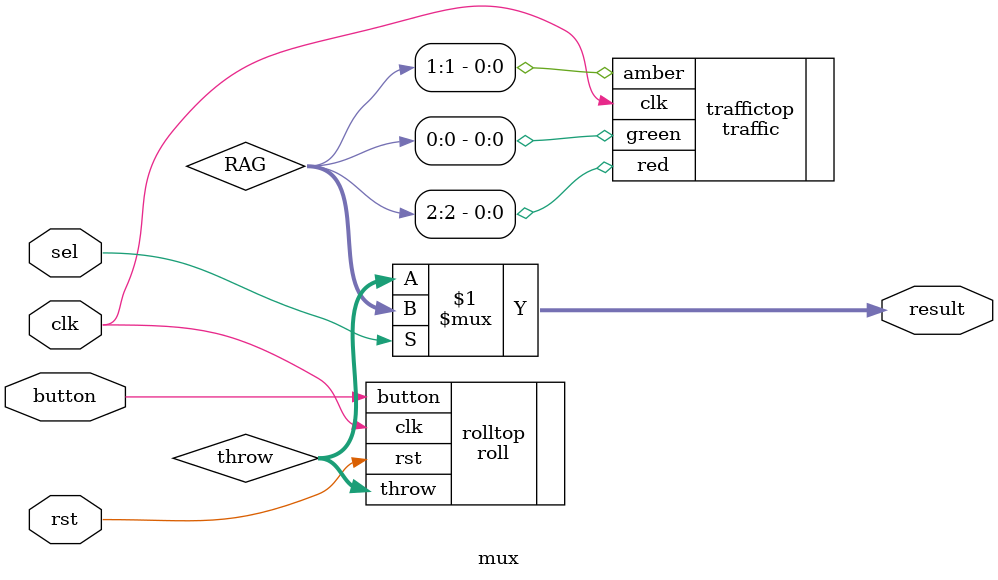
<source format=v>
`timescale 1ns / 100ps

module mux(
	input rst,
	input clk,
	input button,
	input sel,
	output [2:0] result
	);
	
	wire [2:0] RAG;
	wire [2:0] throw;
	

	// Instantiate traffic module
	traffic traffictop (
	.clk (clk),
	.red (RAG[2]),
	.amber (RAG[1]),
	.green (RAG[0])
	);
	
	// Instantiate dice module
 	roll rolltop (
	.clk (clk),		
	.rst (rst),
	.button (button),
	.throw (throw)
	);

	// Instantiate multiplex module
	// when select = 1, traffic lights chosen, when select = 0, dice roll chosen
	assign result = (sel)?(RAG):(throw);

endmodule

</source>
